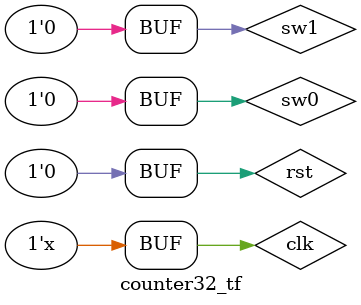
<source format=v>

`timescale 1ns / 1ns


module counter32_tf;

	// Inputs
	reg clk, rst, sw1, sw0;

	// Outputs
	wire [7:0] led;

	// Instantiate the Unit Under Test (UUT)
	counter32 uut (.clk(clk),.rst(rst),.led(led),.sw0(sw0),.sw1(sw1));

always #5 clk = ~clk;
	initial begin
		// Initialize Inputs
		clk = 0;
		rst = 1;
		sw1 = 0;
		sw0 = 0;
		#100	rst = 0;
		
	end
      
endmodule

</source>
